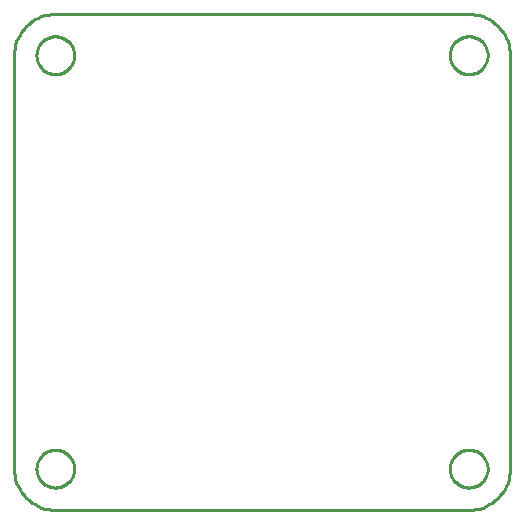
<source format=gbr>
G04 EAGLE Gerber RS-274X export*
G75*
%MOMM*%
%FSLAX34Y34*%
%LPD*%
%IN*%
%IPPOS*%
%AMOC8*
5,1,8,0,0,1.08239X$1,22.5*%
G01*
G04 Define Apertures*
%ADD10C,0.254000*%
D10*
X5900Y47400D02*
X6033Y44350D01*
X6432Y41322D01*
X7093Y38341D01*
X8011Y35429D01*
X9179Y32608D01*
X10589Y29900D01*
X12230Y27325D01*
X14088Y24902D01*
X16151Y22651D01*
X18402Y20588D01*
X20825Y18730D01*
X23400Y17089D01*
X26108Y15679D01*
X28929Y14511D01*
X31841Y13593D01*
X34822Y12932D01*
X37850Y12533D01*
X40900Y12400D01*
X390900Y12400D01*
X393950Y12533D01*
X396978Y12932D01*
X399959Y13593D01*
X402871Y14511D01*
X405692Y15679D01*
X408400Y17089D01*
X410975Y18730D01*
X413398Y20588D01*
X415649Y22651D01*
X417712Y24902D01*
X419570Y27325D01*
X421211Y29900D01*
X422621Y32608D01*
X423789Y35429D01*
X424707Y38341D01*
X425368Y41322D01*
X425767Y44350D01*
X425900Y47400D01*
X425900Y397400D01*
X425767Y400450D01*
X425368Y403478D01*
X424707Y406459D01*
X423789Y409371D01*
X422621Y412192D01*
X421211Y414900D01*
X419570Y417475D01*
X417712Y419898D01*
X415649Y422149D01*
X413398Y424212D01*
X410975Y426070D01*
X408400Y427711D01*
X405692Y429121D01*
X402871Y430289D01*
X399959Y431207D01*
X396978Y431868D01*
X393950Y432267D01*
X390900Y432400D01*
X40900Y432400D01*
X37850Y432267D01*
X34822Y431868D01*
X31841Y431207D01*
X28929Y430289D01*
X26108Y429121D01*
X23400Y427711D01*
X20825Y426070D01*
X18402Y424212D01*
X16151Y422149D01*
X14088Y419898D01*
X12230Y417475D01*
X10589Y414900D01*
X9179Y412192D01*
X8011Y409371D01*
X7093Y406459D01*
X6432Y403478D01*
X6033Y400450D01*
X5900Y397400D01*
X5900Y47400D01*
X56900Y46876D02*
X56900Y47924D01*
X56832Y48969D01*
X56695Y50008D01*
X56490Y51035D01*
X56219Y52047D01*
X55883Y53039D01*
X55482Y54007D01*
X55018Y54946D01*
X54495Y55854D01*
X53913Y56725D01*
X53275Y57556D01*
X52584Y58343D01*
X51843Y59084D01*
X51056Y59775D01*
X50225Y60413D01*
X49354Y60995D01*
X48446Y61518D01*
X47507Y61982D01*
X46539Y62383D01*
X45547Y62719D01*
X44535Y62990D01*
X43508Y63195D01*
X42469Y63332D01*
X41424Y63400D01*
X40376Y63400D01*
X39331Y63332D01*
X38292Y63195D01*
X37265Y62990D01*
X36253Y62719D01*
X35261Y62383D01*
X34293Y61982D01*
X33354Y61518D01*
X32446Y60995D01*
X31575Y60413D01*
X30744Y59775D01*
X29957Y59084D01*
X29216Y58343D01*
X28525Y57556D01*
X27888Y56725D01*
X27306Y55854D01*
X26782Y54946D01*
X26318Y54007D01*
X25917Y53039D01*
X25581Y52047D01*
X25310Y51035D01*
X25105Y50008D01*
X24969Y48969D01*
X24900Y47924D01*
X24900Y46876D01*
X24969Y45831D01*
X25105Y44792D01*
X25310Y43765D01*
X25581Y42753D01*
X25917Y41761D01*
X26318Y40793D01*
X26782Y39854D01*
X27306Y38946D01*
X27888Y38075D01*
X28525Y37244D01*
X29216Y36457D01*
X29957Y35716D01*
X30744Y35025D01*
X31575Y34388D01*
X32446Y33806D01*
X33354Y33282D01*
X34293Y32818D01*
X35261Y32417D01*
X36253Y32081D01*
X37265Y31810D01*
X38292Y31605D01*
X39331Y31469D01*
X40376Y31400D01*
X41424Y31400D01*
X42469Y31469D01*
X43508Y31605D01*
X44535Y31810D01*
X45547Y32081D01*
X46539Y32417D01*
X47507Y32818D01*
X48446Y33282D01*
X49354Y33806D01*
X50225Y34388D01*
X51056Y35025D01*
X51843Y35716D01*
X52584Y36457D01*
X53275Y37244D01*
X53913Y38075D01*
X54495Y38946D01*
X55018Y39854D01*
X55482Y40793D01*
X55883Y41761D01*
X56219Y42753D01*
X56490Y43765D01*
X56695Y44792D01*
X56832Y45831D01*
X56900Y46876D01*
X56900Y396876D02*
X56900Y397924D01*
X56832Y398969D01*
X56695Y400008D01*
X56490Y401035D01*
X56219Y402047D01*
X55883Y403039D01*
X55482Y404007D01*
X55018Y404946D01*
X54495Y405854D01*
X53913Y406725D01*
X53275Y407556D01*
X52584Y408343D01*
X51843Y409084D01*
X51056Y409775D01*
X50225Y410413D01*
X49354Y410995D01*
X48446Y411518D01*
X47507Y411982D01*
X46539Y412383D01*
X45547Y412719D01*
X44535Y412990D01*
X43508Y413195D01*
X42469Y413332D01*
X41424Y413400D01*
X40376Y413400D01*
X39331Y413332D01*
X38292Y413195D01*
X37265Y412990D01*
X36253Y412719D01*
X35261Y412383D01*
X34293Y411982D01*
X33354Y411518D01*
X32446Y410995D01*
X31575Y410413D01*
X30744Y409775D01*
X29957Y409084D01*
X29216Y408343D01*
X28525Y407556D01*
X27888Y406725D01*
X27306Y405854D01*
X26782Y404946D01*
X26318Y404007D01*
X25917Y403039D01*
X25581Y402047D01*
X25310Y401035D01*
X25105Y400008D01*
X24969Y398969D01*
X24900Y397924D01*
X24900Y396876D01*
X24969Y395831D01*
X25105Y394792D01*
X25310Y393765D01*
X25581Y392753D01*
X25917Y391761D01*
X26318Y390793D01*
X26782Y389854D01*
X27306Y388946D01*
X27888Y388075D01*
X28525Y387244D01*
X29216Y386457D01*
X29957Y385716D01*
X30744Y385025D01*
X31575Y384388D01*
X32446Y383806D01*
X33354Y383282D01*
X34293Y382818D01*
X35261Y382417D01*
X36253Y382081D01*
X37265Y381810D01*
X38292Y381605D01*
X39331Y381469D01*
X40376Y381400D01*
X41424Y381400D01*
X42469Y381469D01*
X43508Y381605D01*
X44535Y381810D01*
X45547Y382081D01*
X46539Y382417D01*
X47507Y382818D01*
X48446Y383282D01*
X49354Y383806D01*
X50225Y384388D01*
X51056Y385025D01*
X51843Y385716D01*
X52584Y386457D01*
X53275Y387244D01*
X53913Y388075D01*
X54495Y388946D01*
X55018Y389854D01*
X55482Y390793D01*
X55883Y391761D01*
X56219Y392753D01*
X56490Y393765D01*
X56695Y394792D01*
X56832Y395831D01*
X56900Y396876D01*
X406900Y46876D02*
X406900Y47924D01*
X406832Y48969D01*
X406695Y50008D01*
X406490Y51035D01*
X406219Y52047D01*
X405883Y53039D01*
X405482Y54007D01*
X405018Y54946D01*
X404495Y55854D01*
X403913Y56725D01*
X403275Y57556D01*
X402584Y58343D01*
X401843Y59084D01*
X401056Y59775D01*
X400225Y60413D01*
X399354Y60995D01*
X398446Y61518D01*
X397507Y61982D01*
X396539Y62383D01*
X395547Y62719D01*
X394535Y62990D01*
X393508Y63195D01*
X392469Y63332D01*
X391424Y63400D01*
X390376Y63400D01*
X389331Y63332D01*
X388292Y63195D01*
X387265Y62990D01*
X386253Y62719D01*
X385261Y62383D01*
X384293Y61982D01*
X383354Y61518D01*
X382446Y60995D01*
X381575Y60413D01*
X380744Y59775D01*
X379957Y59084D01*
X379216Y58343D01*
X378525Y57556D01*
X377888Y56725D01*
X377306Y55854D01*
X376782Y54946D01*
X376318Y54007D01*
X375917Y53039D01*
X375581Y52047D01*
X375310Y51035D01*
X375105Y50008D01*
X374969Y48969D01*
X374900Y47924D01*
X374900Y46876D01*
X374969Y45831D01*
X375105Y44792D01*
X375310Y43765D01*
X375581Y42753D01*
X375917Y41761D01*
X376318Y40793D01*
X376782Y39854D01*
X377306Y38946D01*
X377888Y38075D01*
X378525Y37244D01*
X379216Y36457D01*
X379957Y35716D01*
X380744Y35025D01*
X381575Y34388D01*
X382446Y33806D01*
X383354Y33282D01*
X384293Y32818D01*
X385261Y32417D01*
X386253Y32081D01*
X387265Y31810D01*
X388292Y31605D01*
X389331Y31469D01*
X390376Y31400D01*
X391424Y31400D01*
X392469Y31469D01*
X393508Y31605D01*
X394535Y31810D01*
X395547Y32081D01*
X396539Y32417D01*
X397507Y32818D01*
X398446Y33282D01*
X399354Y33806D01*
X400225Y34388D01*
X401056Y35025D01*
X401843Y35716D01*
X402584Y36457D01*
X403275Y37244D01*
X403913Y38075D01*
X404495Y38946D01*
X405018Y39854D01*
X405482Y40793D01*
X405883Y41761D01*
X406219Y42753D01*
X406490Y43765D01*
X406695Y44792D01*
X406832Y45831D01*
X406900Y46876D01*
X406900Y396876D02*
X406900Y397924D01*
X406832Y398969D01*
X406695Y400008D01*
X406490Y401035D01*
X406219Y402047D01*
X405883Y403039D01*
X405482Y404007D01*
X405018Y404946D01*
X404495Y405854D01*
X403913Y406725D01*
X403275Y407556D01*
X402584Y408343D01*
X401843Y409084D01*
X401056Y409775D01*
X400225Y410413D01*
X399354Y410995D01*
X398446Y411518D01*
X397507Y411982D01*
X396539Y412383D01*
X395547Y412719D01*
X394535Y412990D01*
X393508Y413195D01*
X392469Y413332D01*
X391424Y413400D01*
X390376Y413400D01*
X389331Y413332D01*
X388292Y413195D01*
X387265Y412990D01*
X386253Y412719D01*
X385261Y412383D01*
X384293Y411982D01*
X383354Y411518D01*
X382446Y410995D01*
X381575Y410413D01*
X380744Y409775D01*
X379957Y409084D01*
X379216Y408343D01*
X378525Y407556D01*
X377888Y406725D01*
X377306Y405854D01*
X376782Y404946D01*
X376318Y404007D01*
X375917Y403039D01*
X375581Y402047D01*
X375310Y401035D01*
X375105Y400008D01*
X374969Y398969D01*
X374900Y397924D01*
X374900Y396876D01*
X374969Y395831D01*
X375105Y394792D01*
X375310Y393765D01*
X375581Y392753D01*
X375917Y391761D01*
X376318Y390793D01*
X376782Y389854D01*
X377306Y388946D01*
X377888Y388075D01*
X378525Y387244D01*
X379216Y386457D01*
X379957Y385716D01*
X380744Y385025D01*
X381575Y384388D01*
X382446Y383806D01*
X383354Y383282D01*
X384293Y382818D01*
X385261Y382417D01*
X386253Y382081D01*
X387265Y381810D01*
X388292Y381605D01*
X389331Y381469D01*
X390376Y381400D01*
X391424Y381400D01*
X392469Y381469D01*
X393508Y381605D01*
X394535Y381810D01*
X395547Y382081D01*
X396539Y382417D01*
X397507Y382818D01*
X398446Y383282D01*
X399354Y383806D01*
X400225Y384388D01*
X401056Y385025D01*
X401843Y385716D01*
X402584Y386457D01*
X403275Y387244D01*
X403913Y388075D01*
X404495Y388946D01*
X405018Y389854D01*
X405482Y390793D01*
X405883Y391761D01*
X406219Y392753D01*
X406490Y393765D01*
X406695Y394792D01*
X406832Y395831D01*
X406900Y396876D01*
M02*

</source>
